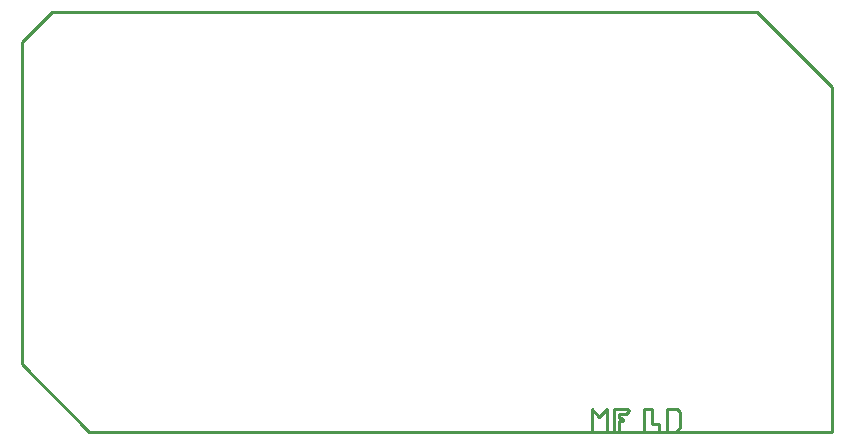
<source format=gko>
G04 Layer_Color=16711935*
%FSLAX25Y25*%
%MOIN*%
G70*
G01*
G75*
%ADD10C,0.01000*%
D10*
X218000Y0D02*
X219500Y1500D01*
Y6500D01*
X218500Y7500D02*
X219500Y6500D01*
X217500Y7500D02*
X218500D01*
X215000D02*
X217500D01*
X215000Y0D02*
Y7500D01*
X212500Y0D02*
Y2500D01*
X210000D02*
X212500D01*
X210000D02*
Y7500D01*
X207500D02*
X210000D01*
X207500Y0D02*
Y7500D01*
X199000Y0D02*
Y3500D01*
X200500D01*
Y4000D01*
X200000Y4500D02*
X200500Y4000D01*
X199000Y4500D02*
X200000D01*
X199000D02*
Y6000D01*
X201500D01*
X202500Y7000D01*
X202000Y7500D02*
X202500Y7000D01*
X197500Y7500D02*
X202000D01*
X197500Y0D02*
Y7500D01*
X195000Y0D02*
Y7500D01*
X192500Y5000D02*
X195000Y7500D01*
X190000D02*
X192500Y5000D01*
X190000Y0D02*
Y7500D01*
X0Y22500D02*
Y130000D01*
Y22500D02*
X22500Y0D01*
X270000D01*
Y115000D01*
X245000Y140000D02*
X270000Y115000D01*
X10000Y140000D02*
X245000D01*
X0Y130000D02*
X10000Y140000D01*
M02*

</source>
